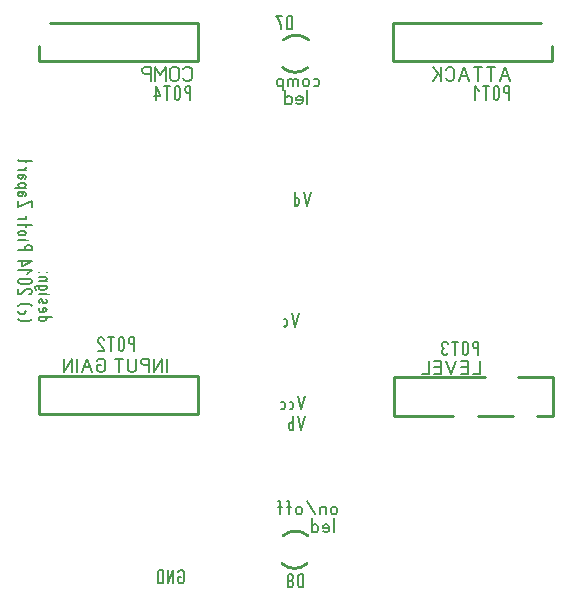
<source format=gbo>
%FSLAX34Y34*%
%MOMM*%
%LNSILK_BOTTOM*%
G71*
G01*
%ADD10C, 0.260*%
%ADD11C, 0.206*%
%LPD*%
G54D10*
G75*
G01X260612Y51791D02*
G03X239401Y51791I-10606J-11779D01*
G01*
G54D10*
G75*
G01X238576Y28324D02*
G03X259787Y28324I10605J11779D01*
G01*
G54D10*
G75*
G01X261108Y471741D02*
G03X239897Y471741I-10605J-11779D01*
G01*
G54D10*
G75*
G01X239072Y448274D02*
G03X260283Y448274I10606J11779D01*
G01*
G54D11*
X140892Y190414D02*
X140892Y201970D01*
G54D11*
X136848Y190414D02*
X136848Y201970D01*
X129915Y190414D01*
X129915Y201970D01*
G54D11*
X125871Y190414D02*
X125871Y201970D01*
X121538Y201970D01*
X119804Y201247D01*
X118938Y199803D01*
X118938Y198358D01*
X119804Y196914D01*
X121538Y196192D01*
X125871Y196192D01*
G54D11*
X114894Y201970D02*
X114894Y192581D01*
X114027Y191136D01*
X112294Y190414D01*
X110561Y190414D01*
X108827Y191136D01*
X107961Y192581D01*
X107961Y201970D01*
G54D11*
X100450Y190414D02*
X100450Y201970D01*
G54D11*
X103917Y201970D02*
X96984Y201970D01*
G54D11*
X85256Y196192D02*
X81790Y196192D01*
X81790Y192581D01*
X82656Y191136D01*
X84390Y190414D01*
X86123Y190414D01*
X87856Y191136D01*
X88723Y192581D01*
X88723Y199803D01*
X87856Y201247D01*
X86123Y201970D01*
X84390Y201970D01*
X82656Y201247D01*
X81790Y199803D01*
G54D11*
X77746Y190414D02*
X73413Y201970D01*
X69079Y190414D01*
G54D11*
X76013Y194747D02*
X70813Y194747D01*
G54D11*
X65035Y190414D02*
X65035Y201970D01*
G54D11*
X60991Y190414D02*
X60991Y201970D01*
X54058Y190414D01*
X54058Y201970D01*
G54D11*
X406043Y200145D02*
X406043Y188589D01*
X399976Y188589D01*
G54D11*
X389865Y188589D02*
X395932Y188589D01*
X395932Y200145D01*
X389865Y200145D01*
G54D11*
X395932Y194367D02*
X389865Y194367D01*
G54D11*
X385821Y200145D02*
X381488Y188589D01*
X377154Y200145D01*
G54D11*
X367043Y188589D02*
X373110Y188589D01*
X373110Y200145D01*
X367043Y200145D01*
G54D11*
X373110Y194367D02*
X367043Y194367D01*
G54D11*
X362999Y200145D02*
X362999Y188589D01*
X356932Y188589D01*
G54D11*
X431694Y437039D02*
X427361Y448595D01*
X423027Y437039D01*
G54D11*
X429961Y441372D02*
X424761Y441372D01*
G54D11*
X415516Y437039D02*
X415516Y448595D01*
G54D11*
X418983Y448595D02*
X412050Y448595D01*
G54D11*
X404539Y437039D02*
X404539Y448595D01*
G54D11*
X408006Y448595D02*
X401073Y448595D01*
G54D11*
X397029Y437039D02*
X392696Y448595D01*
X388362Y437039D01*
G54D11*
X395296Y441372D02*
X390096Y441372D01*
G54D11*
X377385Y439206D02*
X378251Y437761D01*
X379985Y437039D01*
X381718Y437039D01*
X383451Y437761D01*
X384318Y439206D01*
X384318Y446428D01*
X383451Y447872D01*
X381718Y448595D01*
X379985Y448595D01*
X378251Y447872D01*
X377385Y446428D01*
G54D11*
X373341Y437039D02*
X373341Y448595D01*
G54D11*
X373341Y440650D02*
X366408Y448595D01*
G54D11*
X370741Y442817D02*
X366408Y437039D01*
G54D11*
X155052Y439467D02*
X155918Y438022D01*
X157652Y437300D01*
X159385Y437300D01*
X161118Y438022D01*
X161985Y439467D01*
X161985Y446689D01*
X161118Y448133D01*
X159385Y448856D01*
X157652Y448856D01*
X155918Y448133D01*
X155052Y446689D01*
G54D11*
X144075Y446689D02*
X144075Y439467D01*
X144941Y438022D01*
X146675Y437300D01*
X148408Y437300D01*
X150141Y438022D01*
X151008Y439467D01*
X151008Y446689D01*
X150141Y448133D01*
X148408Y448856D01*
X146675Y448856D01*
X144941Y448133D01*
X144075Y446689D01*
G54D11*
X140031Y437300D02*
X140031Y448856D01*
X135698Y441633D01*
X131364Y448856D01*
X131364Y437300D01*
G54D11*
X127320Y437300D02*
X127320Y448856D01*
X122987Y448856D01*
X121253Y448133D01*
X120387Y446689D01*
X120387Y445244D01*
X121253Y443800D01*
X122987Y443078D01*
X127320Y443078D01*
G54D10*
X32500Y187500D02*
X167500Y187500D01*
X167500Y155000D01*
X32500Y155000D01*
X32500Y187500D01*
G54D10*
X438250Y186000D02*
X468250Y186000D01*
X468250Y153500D01*
X454358Y153394D01*
G54D10*
X410750Y186000D02*
X341000Y186000D01*
G54D10*
X333250Y186000D02*
X341000Y186000D01*
G54D10*
X42500Y486250D02*
X167500Y486250D01*
X167500Y453750D01*
X32500Y453750D01*
X32500Y466250D01*
G54D10*
X332500Y486250D02*
X457500Y486250D01*
G54D10*
X332500Y486250D02*
X332500Y453750D01*
X467500Y453750D01*
X467500Y466250D01*
G54D11*
X265667Y438567D02*
X267400Y439000D01*
X269133Y438567D01*
X270000Y437122D01*
X270000Y434233D01*
X269133Y432789D01*
X267400Y432500D01*
X265667Y432789D01*
G54D11*
X256423Y434233D02*
X256423Y437122D01*
X257290Y438567D01*
X259023Y439000D01*
X260756Y438567D01*
X261623Y437122D01*
X261623Y434233D01*
X260756Y432789D01*
X259023Y432500D01*
X257290Y432789D01*
X256423Y434233D01*
G54D11*
X252379Y432500D02*
X252379Y439000D01*
G54D11*
X252379Y437844D02*
X250646Y439000D01*
X248912Y438567D01*
X248046Y437556D01*
X248046Y432500D01*
G54D11*
X248046Y437844D02*
X246312Y439000D01*
X244579Y438567D01*
X243712Y437556D01*
X243712Y432500D01*
G54D11*
X239668Y439000D02*
X239668Y429611D01*
G54D11*
X239668Y434667D02*
X238801Y432789D01*
X237068Y432500D01*
X235335Y432789D01*
X234468Y434233D01*
X234468Y437122D01*
X235335Y438567D01*
X237068Y439000D01*
X238801Y438567D01*
X239668Y436833D01*
G54D11*
X260000Y417500D02*
X260000Y429056D01*
G54D11*
X250756Y418222D02*
X252143Y417500D01*
X253876Y417500D01*
X255609Y418222D01*
X255956Y419667D01*
X255956Y422122D01*
X255089Y423567D01*
X253356Y424000D01*
X251623Y423567D01*
X250756Y422556D01*
X250756Y421111D01*
X255956Y421111D01*
G54D11*
X241512Y417500D02*
X241512Y429056D01*
G54D11*
X241512Y422122D02*
X242379Y423567D01*
X244112Y424000D01*
X245845Y423567D01*
X246712Y422122D01*
X246712Y419233D01*
X245845Y417789D01*
X244112Y417500D01*
X242379Y417789D01*
X241512Y419233D01*
G54D11*
X279800Y71733D02*
X279800Y74622D01*
X280667Y76067D01*
X282400Y76500D01*
X284133Y76067D01*
X285000Y74622D01*
X285000Y71733D01*
X284133Y70289D01*
X282400Y70000D01*
X280667Y70289D01*
X279800Y71733D01*
G54D11*
X275756Y70000D02*
X275756Y76500D01*
G54D11*
X275756Y75056D02*
X274889Y76067D01*
X273156Y76500D01*
X271423Y76067D01*
X270556Y75056D01*
X270556Y70000D01*
G54D11*
X266512Y70000D02*
X259579Y81556D01*
G54D11*
X250335Y71733D02*
X250335Y74622D01*
X251202Y76067D01*
X252935Y76500D01*
X254668Y76067D01*
X255535Y74622D01*
X255535Y71733D01*
X254668Y70289D01*
X252935Y70000D01*
X251202Y70289D01*
X250335Y71733D01*
G54D11*
X244558Y70000D02*
X244558Y80833D01*
X243691Y81556D01*
X242824Y81122D01*
G54D11*
X246291Y76500D02*
X242824Y76500D01*
G54D11*
X237047Y70000D02*
X237047Y80833D01*
X236180Y81556D01*
X235313Y81122D01*
G54D11*
X238780Y76500D02*
X235313Y76500D01*
G54D11*
X282500Y55000D02*
X282500Y66556D01*
G54D11*
X273256Y55722D02*
X274643Y55000D01*
X276376Y55000D01*
X278109Y55722D01*
X278456Y57167D01*
X278456Y59622D01*
X277589Y61067D01*
X275856Y61500D01*
X274123Y61067D01*
X273256Y60056D01*
X273256Y58611D01*
X278456Y58611D01*
G54D11*
X264012Y55000D02*
X264012Y66556D01*
G54D11*
X264012Y59622D02*
X264879Y61067D01*
X266612Y61500D01*
X268345Y61067D01*
X269212Y59622D01*
X269212Y56733D01*
X268345Y55289D01*
X266612Y55000D01*
X264879Y55289D01*
X264012Y56733D01*
G54D11*
X160962Y420947D02*
X160962Y432503D01*
X158073Y432503D01*
X156918Y431780D01*
X156340Y430336D01*
X156340Y428891D01*
X156918Y427447D01*
X158073Y426725D01*
X160962Y426725D01*
G54D11*
X147674Y430336D02*
X147674Y423114D01*
X148252Y421669D01*
X149407Y420947D01*
X150563Y420947D01*
X151718Y421669D01*
X152296Y423114D01*
X152296Y430336D01*
X151718Y431780D01*
X150563Y432503D01*
X149407Y432503D01*
X148252Y431780D01*
X147674Y430336D01*
G54D11*
X141319Y420947D02*
X141319Y432503D01*
G54D11*
X143630Y432503D02*
X139008Y432503D01*
G54D11*
X131497Y420947D02*
X131497Y432503D01*
X134964Y425280D01*
X134964Y423836D01*
X130342Y423836D01*
G54D11*
X431000Y420947D02*
X431000Y432503D01*
X428111Y432503D01*
X426956Y431780D01*
X426378Y430336D01*
X426378Y428891D01*
X426956Y427447D01*
X428111Y426725D01*
X431000Y426725D01*
G54D11*
X417712Y430336D02*
X417712Y423114D01*
X418290Y421669D01*
X419445Y420947D01*
X420601Y420947D01*
X421756Y421669D01*
X422334Y423114D01*
X422334Y430336D01*
X421756Y431780D01*
X420601Y432503D01*
X419445Y432503D01*
X418290Y431780D01*
X417712Y430336D01*
G54D11*
X411357Y420947D02*
X411357Y432503D01*
G54D11*
X413668Y432503D02*
X409046Y432503D01*
G54D11*
X405002Y428169D02*
X402113Y432503D01*
X402113Y420947D01*
G54D11*
X113462Y208410D02*
X113462Y219966D01*
X110573Y219966D01*
X109418Y219243D01*
X108840Y217799D01*
X108840Y216354D01*
X109418Y214910D01*
X110573Y214188D01*
X113462Y214188D01*
G54D11*
X100174Y217799D02*
X100174Y210577D01*
X100752Y209132D01*
X101907Y208410D01*
X103063Y208410D01*
X104218Y209132D01*
X104796Y210577D01*
X104796Y217799D01*
X104218Y219243D01*
X103063Y219966D01*
X101907Y219966D01*
X100752Y219243D01*
X100174Y217799D01*
G54D11*
X93819Y208410D02*
X93819Y219966D01*
G54D11*
X96130Y219966D02*
X91508Y219966D01*
G54D11*
X82842Y208410D02*
X87464Y208410D01*
X87464Y209132D01*
X86886Y210577D01*
X83420Y214910D01*
X82842Y216354D01*
X82842Y217799D01*
X83420Y219243D01*
X84575Y219966D01*
X85731Y219966D01*
X86886Y219243D01*
X87464Y217799D01*
G54D11*
X404800Y204744D02*
X404800Y216300D01*
X401911Y216300D01*
X400756Y215578D01*
X400178Y214133D01*
X400178Y212689D01*
X400756Y211244D01*
X401911Y210522D01*
X404800Y210522D01*
G54D11*
X391512Y214133D02*
X391512Y206911D01*
X392090Y205467D01*
X393245Y204744D01*
X394401Y204744D01*
X395556Y205467D01*
X396134Y206911D01*
X396134Y214133D01*
X395556Y215578D01*
X394401Y216300D01*
X393245Y216300D01*
X392090Y215578D01*
X391512Y214133D01*
G54D11*
X385157Y204744D02*
X385157Y216300D01*
G54D11*
X387468Y216300D02*
X382846Y216300D01*
G54D11*
X378802Y214133D02*
X378224Y215578D01*
X377069Y216300D01*
X375913Y216300D01*
X374758Y215578D01*
X374180Y214133D01*
X374180Y212689D01*
X374758Y211244D01*
X375913Y210522D01*
X374758Y209800D01*
X374180Y208356D01*
X374180Y206911D01*
X374758Y205467D01*
X375913Y204744D01*
X377069Y204744D01*
X378224Y205467D01*
X378802Y206911D01*
G54D11*
X256681Y8162D02*
X256681Y19718D01*
X253792Y19718D01*
X252637Y18995D01*
X252059Y17551D01*
X252059Y10329D01*
X252637Y8884D01*
X253792Y8162D01*
X256681Y8162D01*
G54D11*
X245126Y13940D02*
X246282Y13940D01*
X247437Y14662D01*
X248015Y16106D01*
X248015Y17551D01*
X247437Y18995D01*
X246282Y19718D01*
X245126Y19718D01*
X243971Y18995D01*
X243393Y17551D01*
X243393Y16106D01*
X243971Y14662D01*
X245126Y13940D01*
X243971Y13218D01*
X243393Y11773D01*
X243393Y10329D01*
X243971Y8884D01*
X245126Y8162D01*
X246282Y8162D01*
X247437Y8884D01*
X248015Y10329D01*
X248015Y11773D01*
X247437Y13218D01*
X246282Y13940D01*
G54D11*
X247178Y480612D02*
X247178Y492168D01*
X244289Y492168D01*
X243134Y491445D01*
X242556Y490001D01*
X242556Y482779D01*
X243134Y481334D01*
X244289Y480612D01*
X247178Y480612D01*
G54D11*
X238512Y492168D02*
X233890Y492168D01*
X234468Y490723D01*
X235623Y488556D01*
X236779Y485668D01*
X237356Y483501D01*
X237356Y480612D01*
G54D10*
X333250Y186000D02*
X333250Y153500D01*
X383532Y153578D01*
G54D10*
X404400Y153700D02*
X434175Y153578D01*
G54D11*
X26751Y235478D02*
X26029Y234322D01*
X24585Y233745D01*
X17362Y233745D01*
X15918Y234322D01*
X15196Y235478D01*
G54D11*
X21262Y242411D02*
X21696Y241255D01*
X21262Y240100D01*
X19818Y239522D01*
X16929Y239522D01*
X15485Y240100D01*
X15196Y241255D01*
X15485Y242411D01*
G54D11*
X26751Y246455D02*
X26029Y247610D01*
X24585Y248188D01*
X17362Y248188D01*
X15918Y247610D01*
X15196Y246455D01*
G54D11*
X15196Y261014D02*
X15196Y256392D01*
X15918Y256392D01*
X17362Y256970D01*
X21696Y260436D01*
X23140Y261014D01*
X24585Y261014D01*
X26029Y260436D01*
X26751Y259281D01*
X26751Y258125D01*
X26029Y256970D01*
X24585Y256392D01*
G54D11*
X24585Y269680D02*
X17362Y269680D01*
X15918Y269102D01*
X15196Y267947D01*
X15196Y266791D01*
X15918Y265636D01*
X17362Y265058D01*
X24585Y265058D01*
X26029Y265636D01*
X26751Y266791D01*
X26751Y267947D01*
X26029Y269102D01*
X24585Y269680D01*
G54D11*
X22418Y273724D02*
X26751Y276613D01*
X15196Y276613D01*
G54D11*
X15196Y284123D02*
X26751Y284123D01*
X19529Y280657D01*
X18085Y280657D01*
X18085Y285279D01*
G54D11*
X15196Y293483D02*
X26751Y293483D01*
X26751Y296372D01*
X26029Y297527D01*
X24585Y298105D01*
X23140Y298105D01*
X21696Y297527D01*
X20974Y296372D01*
X20974Y293483D01*
G54D11*
X15196Y302149D02*
X21696Y302149D01*
G54D11*
X23862Y302149D02*
X23862Y302149D01*
G54D11*
X16929Y309659D02*
X19818Y309659D01*
X21262Y309082D01*
X21696Y307926D01*
X21262Y306770D01*
X19818Y306193D01*
X16929Y306193D01*
X15485Y306770D01*
X15196Y307926D01*
X15485Y309082D01*
X16929Y309659D01*
G54D11*
X26751Y314859D02*
X15918Y314859D01*
X15196Y315437D01*
X15485Y316015D01*
G54D11*
X21696Y313704D02*
X21696Y316015D01*
G54D11*
X15196Y320059D02*
X21696Y320059D01*
G54D11*
X20251Y320059D02*
X21696Y321214D01*
X21696Y322370D01*
G54D11*
X26751Y330574D02*
X26751Y335196D01*
X15196Y330574D01*
X15196Y335196D01*
G54D11*
X20974Y339240D02*
X21696Y340395D01*
X21696Y341782D01*
X20251Y342706D01*
X15196Y342706D01*
G54D11*
X17362Y342706D02*
X18807Y342129D01*
X19096Y340973D01*
X18807Y339818D01*
X17362Y339240D01*
X15918Y339471D01*
X15196Y340395D01*
X15196Y340973D01*
X15196Y341204D01*
X15918Y342129D01*
X17362Y342706D01*
G54D11*
X21696Y346751D02*
X12307Y346751D01*
G54D11*
X17362Y346751D02*
X15485Y347328D01*
X15196Y348484D01*
X15485Y349640D01*
X16929Y350217D01*
X19818Y350217D01*
X21262Y349640D01*
X21696Y348484D01*
X21262Y347328D01*
X19529Y346751D01*
G54D11*
X20974Y354262D02*
X21696Y355417D01*
X21696Y356804D01*
X20251Y357728D01*
X15196Y357728D01*
G54D11*
X17362Y357728D02*
X18807Y357151D01*
X19096Y355995D01*
X18807Y354840D01*
X17362Y354262D01*
X15918Y354493D01*
X15196Y355417D01*
X15196Y355995D01*
X15196Y356226D01*
X15918Y357151D01*
X17362Y357728D01*
G54D11*
X15196Y361773D02*
X21696Y361773D01*
G54D11*
X20251Y361773D02*
X21696Y362928D01*
X21696Y364084D01*
G54D11*
X26751Y369283D02*
X15918Y369283D01*
X15196Y369861D01*
X15485Y370439D01*
G54D11*
X21696Y368128D02*
X21696Y370439D01*
G54D11*
X32696Y237211D02*
X44251Y237211D01*
G54D11*
X37318Y237211D02*
X38762Y236634D01*
X39196Y235478D01*
X38762Y234322D01*
X37318Y233745D01*
X34429Y233745D01*
X32985Y234322D01*
X32696Y235478D01*
X32985Y236634D01*
X34429Y237211D01*
G54D11*
X33418Y244722D02*
X32696Y243798D01*
X32696Y242642D01*
X33418Y241487D01*
X34862Y241256D01*
X37318Y241256D01*
X38762Y241834D01*
X39196Y242989D01*
X38762Y244145D01*
X37751Y244722D01*
X36307Y244722D01*
X36307Y241256D01*
G54D11*
X33418Y248767D02*
X32696Y249922D01*
X32696Y251078D01*
X33418Y252233D01*
X34862Y252233D01*
X35585Y251656D01*
X36307Y249344D01*
X37029Y248767D01*
X38474Y248767D01*
X39196Y249922D01*
X39196Y251078D01*
X38474Y252233D01*
G54D11*
X32696Y256278D02*
X39196Y256278D01*
G54D11*
X41362Y256278D02*
X41362Y256278D01*
G54D11*
X30529Y260322D02*
X29807Y261477D01*
X29807Y262286D01*
X30529Y263442D01*
X31974Y263788D01*
X39196Y263788D01*
G54D11*
X37318Y263788D02*
X38762Y263211D01*
X39196Y262055D01*
X38762Y260900D01*
X37318Y260322D01*
X34429Y260322D01*
X32985Y260900D01*
X32696Y262055D01*
X32985Y263211D01*
X34429Y263788D01*
G54D11*
X32696Y267833D02*
X39196Y267833D01*
G54D11*
X37751Y267833D02*
X38762Y268410D01*
X39196Y269566D01*
X38762Y270722D01*
X37751Y271299D01*
X32696Y271299D01*
G54D11*
X32696Y275344D02*
X32696Y275344D01*
G54D11*
X39196Y275344D02*
X39196Y275344D01*
G54D11*
X257778Y170564D02*
X254889Y159008D01*
X252000Y170564D01*
G54D11*
X245067Y165075D02*
X246222Y165508D01*
X247378Y165075D01*
X247956Y163630D01*
X247956Y160742D01*
X247378Y159297D01*
X246222Y159008D01*
X245067Y159297D01*
G54D11*
X238134Y165075D02*
X239289Y165508D01*
X240445Y165075D01*
X241023Y163630D01*
X241023Y160742D01*
X240445Y159297D01*
X239289Y159008D01*
X238134Y159297D01*
G54D11*
X252778Y240564D02*
X249889Y229008D01*
X247000Y240564D01*
G54D11*
X240067Y235075D02*
X241222Y235508D01*
X242378Y235075D01*
X242956Y233630D01*
X242956Y230742D01*
X242378Y229297D01*
X241222Y229008D01*
X240067Y229297D01*
G54D11*
X262778Y343064D02*
X259889Y331508D01*
X257000Y343064D01*
G54D11*
X249489Y331508D02*
X249489Y343064D01*
G54D11*
X249489Y336130D02*
X250067Y337575D01*
X251222Y338008D01*
X252378Y337575D01*
X252956Y336130D01*
X252956Y333242D01*
X252378Y331797D01*
X251222Y331508D01*
X250067Y331797D01*
X249489Y333242D01*
G54D11*
X152967Y17286D02*
X150656Y17286D01*
X150656Y13675D01*
X151233Y12230D01*
X152389Y11508D01*
X153544Y11508D01*
X154700Y12230D01*
X155278Y13675D01*
X155278Y20897D01*
X154700Y22342D01*
X153544Y23064D01*
X152389Y23064D01*
X151233Y22342D01*
X150656Y20897D01*
G54D11*
X146612Y11508D02*
X146612Y23064D01*
X141990Y11508D01*
X141990Y23064D01*
G54D11*
X137946Y11508D02*
X137946Y23064D01*
X135057Y23064D01*
X133901Y22342D01*
X133324Y20897D01*
X133324Y13675D01*
X133901Y12230D01*
X135057Y11508D01*
X137946Y11508D01*
G54D11*
X257778Y153064D02*
X254889Y141508D01*
X252000Y153064D01*
G54D11*
X247956Y141508D02*
X247956Y153064D01*
G54D11*
X247956Y146130D02*
X247378Y147575D01*
X246222Y148008D01*
X245067Y147575D01*
X244489Y146130D01*
X244489Y143242D01*
X245067Y141797D01*
X246222Y141508D01*
X247378Y141797D01*
X247956Y143242D01*
M02*

</source>
